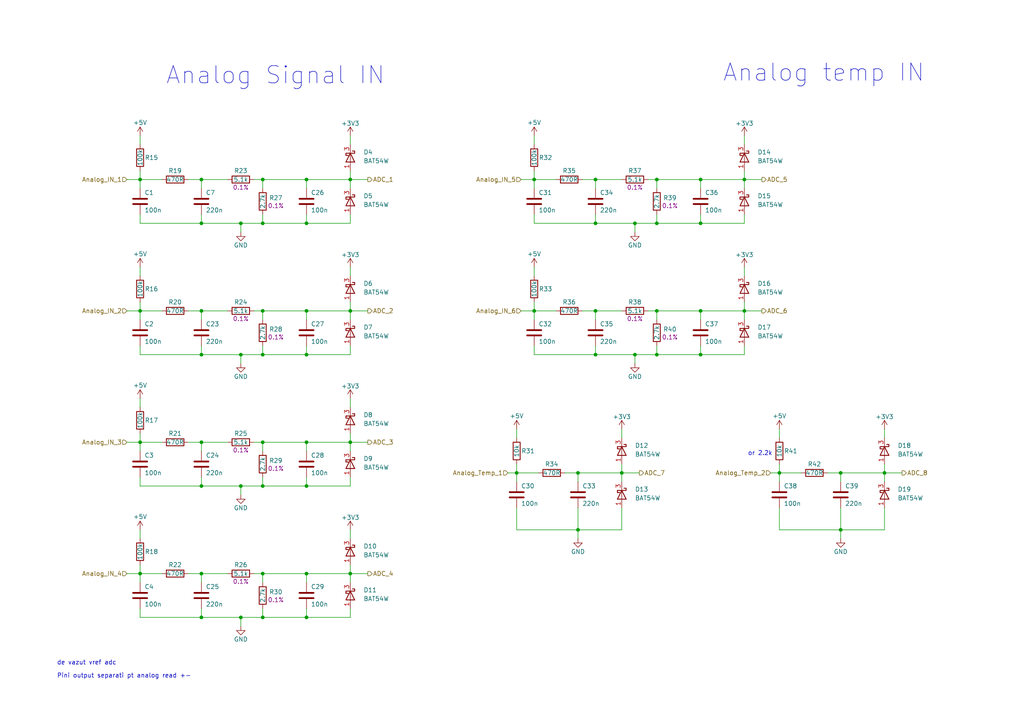
<source format=kicad_sch>
(kicad_sch (version 20231120) (generator "eeschema") (generator_version "8.0")
  (paper "A4")
  (lib_symbols
    (symbol "Device:C" (pin_numbers hide) (pin_names (offset 0.254))
      (property "Reference" "C" (at 0.635 2.54 0))
      (property "Value" "C" (at 0.635 -2.54 0))
      (symbol "C_1_1"
        (pin passive line (at 0 3.81 270) (length 2.794) (name "~") (number "1"))
        (pin passive line (at 0 -3.81 90) (length 2.794) (name "~") (number "2"))
      )
    )
    (symbol "Device:R" (pin_numbers hide) (pin_names (offset 0))
      (property "Reference" "R" (at 2.032 0 90))
      (property "Value" "R" (at 0 0 90))
      (symbol "R_1_1"
        (pin passive line (at 0 3.81 270) (length 1.27) (name "~") (number "1"))
        (pin passive line (at 0 -3.81 90) (length 1.27) (name "~") (number "2"))
      )
    )
    (symbol "Diode:BAT54W" (pin_names (offset 1.016) hide)
      (property "Reference" "D" (at 0 2.54 0))
      (property "Value" "BAT54W" (at 0 -2.54 0))
      (symbol "BAT54W_1_1"
        (pin passive line (at 3.81 0 180) (length 2.54) (name "A") (number "1"))
        (pin no_connect line (at 0 0 90) (length 2.54) hide (name "NC") (number "2"))
        (pin passive line (at -3.81 0 0) (length 2.54) (name "K") (number "3"))
      )
    )
    (symbol "power:+3V3" (power) (pin_names (offset 0))
      (property "Value" "+3V3" (at 0 3.556 0))
      (symbol "+3V3_1_1"
        (pin power_in line (at 0 0 90) (length 0) hide (name "+3V3") (number "1"))
      )
    )
    (symbol "power:+5V" (power) (pin_names (offset 0))
      (property "Value" "+5V" (at 0 3.556 0))
      (symbol "+5V_1_1"
        (pin power_in line (at 0 0 90) (length 0) hide (name "+5V") (number "1"))
      )
    )
    (symbol "power:GND" (power) (pin_names (offset 0))
      (property "Value" "GND" (at 0 -3.81 0))
      (symbol "GND_1_1"
        (pin power_in line (at 0 0 270) (length 0) hide (name "GND") (number "1"))
      )
    )
  )
  (junction (at 101.6 52.07))
  (junction (at 172.72 102.87))
  (junction (at 256.54 137.16))
  (junction (at 172.72 52.07))
  (junction (at 172.72 64.77))
  (junction (at 58.42 52.07))
  (junction (at 69.85 64.77))
  (junction (at 226.06 137.16))
  (junction (at 58.42 128.27))
  (junction (at 76.2 64.77))
  (junction (at 243.84 137.16))
  (junction (at 76.2 52.07))
  (junction (at 167.64 153.67))
  (junction (at 76.2 166.37))
  (junction (at 58.42 166.37))
  (junction (at 58.42 179.07))
  (junction (at 88.9 52.07))
  (junction (at 76.2 90.17))
  (junction (at 58.42 140.97))
  (junction (at 69.85 102.87))
  (junction (at 190.5 64.77))
  (junction (at 101.6 90.17))
  (junction (at 40.64 90.17))
  (junction (at 203.2 64.77))
  (junction (at 88.9 90.17))
  (junction (at 88.9 140.97))
  (junction (at 190.5 52.07))
  (junction (at 69.85 140.97))
  (junction (at 203.2 90.17))
  (junction (at 76.2 102.87))
  (junction (at 88.9 64.77))
  (junction (at 215.9 52.07))
  (junction (at 167.64 137.16))
  (junction (at 180.34 137.16))
  (junction (at 154.94 90.17))
  (junction (at 149.86 137.16))
  (junction (at 40.64 166.37))
  (junction (at 184.15 64.77))
  (junction (at 190.5 90.17))
  (junction (at 88.9 166.37))
  (junction (at 40.64 128.27))
  (junction (at 58.42 90.17))
  (junction (at 40.64 52.07))
  (junction (at 243.84 153.67))
  (junction (at 215.9 90.17))
  (junction (at 172.72 90.17))
  (junction (at 203.2 102.87))
  (junction (at 88.9 102.87))
  (junction (at 58.42 64.77))
  (junction (at 88.9 128.27))
  (junction (at 76.2 128.27))
  (junction (at 58.42 102.87))
  (junction (at 76.2 179.07))
  (junction (at 101.6 128.27))
  (junction (at 154.94 52.07))
  (junction (at 88.9 179.07))
  (junction (at 184.15 102.87))
  (junction (at 203.2 52.07))
  (junction (at 69.85 179.07))
  (junction (at 101.6 166.37))
  (junction (at 190.5 102.87))
  (junction (at 76.2 140.97))
  (wire (pts (xy 58.42 52.07) (xy 58.42 54.61)))
  (wire (pts (xy 226.06 139.7) (xy 226.06 137.16)))
  (wire (pts (xy 88.9 54.61) (xy 88.9 52.07)))
  (wire (pts (xy 40.64 92.71) (xy 40.64 90.17)))
  (wire (pts (xy 88.9 64.77) (xy 101.6 64.77)))
  (wire (pts (xy 101.6 163.83) (xy 101.6 166.37)))
  (wire (pts (xy 54.61 90.17) (xy 58.42 90.17)))
  (wire (pts (xy 151.13 90.17) (xy 154.94 90.17)))
  (wire (pts (xy 58.42 176.53) (xy 58.42 179.07)))
  (wire (pts (xy 88.9 90.17) (xy 101.6 90.17)))
  (wire (pts (xy 69.85 102.87) (xy 69.85 105.41)))
  (wire (pts (xy 40.64 140.97) (xy 58.42 140.97)))
  (wire (pts (xy 101.6 54.61) (xy 101.6 52.07)))
  (wire (pts (xy 101.6 77.47) (xy 101.6 80.01)))
  (wire (pts (xy 101.6 179.07) (xy 101.6 176.53)))
  (wire (pts (xy 223.52 137.16) (xy 226.06 137.16)))
  (wire (pts (xy 76.2 176.53) (xy 76.2 179.07)))
  (wire (pts (xy 73.66 52.07) (xy 76.2 52.07)))
  (wire (pts (xy 172.72 90.17) (xy 180.34 90.17)))
  (wire (pts (xy 88.9 166.37) (xy 101.6 166.37)))
  (wire (pts (xy 40.64 130.81) (xy 40.64 128.27)))
  (wire (pts (xy 88.9 128.27) (xy 101.6 128.27)))
  (wire (pts (xy 76.2 179.07) (xy 88.9 179.07)))
  (wire (pts (xy 215.9 90.17) (xy 220.98 90.17)))
  (wire (pts (xy 167.64 153.67) (xy 167.64 156.21)))
  (wire (pts (xy 215.9 52.07) (xy 220.98 52.07)))
  (wire (pts (xy 190.5 64.77) (xy 203.2 64.77)))
  (wire (pts (xy 88.9 176.53) (xy 88.9 179.07)))
  (wire (pts (xy 40.64 138.43) (xy 40.64 140.97)))
  (wire (pts (xy 226.06 153.67) (xy 243.84 153.67)))
  (wire (pts (xy 88.9 130.81) (xy 88.9 128.27)))
  (wire (pts (xy 154.94 90.17) (xy 161.29 90.17)))
  (wire (pts (xy 243.84 137.16) (xy 256.54 137.16)))
  (wire (pts (xy 167.64 153.67) (xy 180.34 153.67)))
  (wire (pts (xy 40.64 62.23) (xy 40.64 64.77)))
  (wire (pts (xy 58.42 90.17) (xy 66.04 90.17)))
  (wire (pts (xy 101.6 102.87) (xy 101.6 100.33)))
  (wire (pts (xy 58.42 102.87) (xy 69.85 102.87)))
  (wire (pts (xy 243.84 153.67) (xy 256.54 153.67)))
  (wire (pts (xy 101.6 125.73) (xy 101.6 128.27)))
  (wire (pts (xy 40.64 115.57) (xy 40.64 118.11)))
  (wire (pts (xy 88.9 92.71) (xy 88.9 90.17)))
  (wire (pts (xy 215.9 102.87) (xy 215.9 100.33)))
  (wire (pts (xy 203.2 52.07) (xy 215.9 52.07)))
  (wire (pts (xy 76.2 64.77) (xy 88.9 64.77)))
  (wire (pts (xy 76.2 166.37) (xy 76.2 168.91)))
  (wire (pts (xy 203.2 102.87) (xy 215.9 102.87)))
  (wire (pts (xy 154.94 87.63) (xy 154.94 90.17)))
  (wire (pts (xy 40.64 125.73) (xy 40.64 128.27)))
  (wire (pts (xy 154.94 62.23) (xy 154.94 64.77)))
  (wire (pts (xy 58.42 166.37) (xy 66.04 166.37)))
  (wire (pts (xy 167.64 147.32) (xy 167.64 153.67)))
  (wire (pts (xy 226.06 147.32) (xy 226.06 153.67)))
  (wire (pts (xy 184.15 102.87) (xy 184.15 105.41)))
  (wire (pts (xy 172.72 100.33) (xy 172.72 102.87)))
  (wire (pts (xy 58.42 140.97) (xy 69.85 140.97)))
  (wire (pts (xy 101.6 87.63) (xy 101.6 90.17)))
  (wire (pts (xy 190.5 90.17) (xy 190.5 92.71)))
  (wire (pts (xy 203.2 62.23) (xy 203.2 64.77)))
  (wire (pts (xy 40.64 128.27) (xy 46.99 128.27)))
  (wire (pts (xy 203.2 92.71) (xy 203.2 90.17)))
  (wire (pts (xy 154.94 39.37) (xy 154.94 41.91)))
  (wire (pts (xy 190.5 102.87) (xy 203.2 102.87)))
  (wire (pts (xy 190.5 52.07) (xy 203.2 52.07)))
  (wire (pts (xy 88.9 138.43) (xy 88.9 140.97)))
  (wire (pts (xy 40.64 176.53) (xy 40.64 179.07)))
  (wire (pts (xy 36.83 128.27) (xy 40.64 128.27)))
  (wire (pts (xy 101.6 90.17) (xy 106.68 90.17)))
  (wire (pts (xy 40.64 52.07) (xy 46.99 52.07)))
  (wire (pts (xy 154.94 92.71) (xy 154.94 90.17)))
  (wire (pts (xy 58.42 52.07) (xy 66.04 52.07)))
  (wire (pts (xy 69.85 64.77) (xy 69.85 67.31)))
  (wire (pts (xy 172.72 62.23) (xy 172.72 64.77)))
  (wire (pts (xy 203.2 64.77) (xy 215.9 64.77)))
  (wire (pts (xy 180.34 137.16) (xy 180.34 139.7)))
  (wire (pts (xy 172.72 52.07) (xy 180.34 52.07)))
  (wire (pts (xy 76.2 138.43) (xy 76.2 140.97)))
  (wire (pts (xy 76.2 90.17) (xy 76.2 92.71)))
  (wire (pts (xy 58.42 138.43) (xy 58.42 140.97)))
  (wire (pts (xy 40.64 54.61) (xy 40.64 52.07)))
  (wire (pts (xy 167.64 137.16) (xy 167.64 139.7)))
  (wire (pts (xy 36.83 52.07) (xy 40.64 52.07)))
  (wire (pts (xy 256.54 147.32) (xy 256.54 153.67)))
  (wire (pts (xy 215.9 64.77) (xy 215.9 62.23)))
  (wire (pts (xy 58.42 179.07) (xy 69.85 179.07)))
  (wire (pts (xy 256.54 134.62) (xy 256.54 137.16)))
  (wire (pts (xy 88.9 62.23) (xy 88.9 64.77)))
  (wire (pts (xy 88.9 168.91) (xy 88.9 166.37)))
  (wire (pts (xy 101.6 153.67) (xy 101.6 156.21)))
  (wire (pts (xy 184.15 64.77) (xy 184.15 67.31)))
  (wire (pts (xy 203.2 90.17) (xy 215.9 90.17)))
  (wire (pts (xy 226.06 124.46) (xy 226.06 127)))
  (wire (pts (xy 101.6 168.91) (xy 101.6 166.37)))
  (wire (pts (xy 101.6 52.07) (xy 106.68 52.07)))
  (wire (pts (xy 69.85 64.77) (xy 76.2 64.77)))
  (wire (pts (xy 215.9 54.61) (xy 215.9 52.07)))
  (wire (pts (xy 215.9 77.47) (xy 215.9 80.01)))
  (wire (pts (xy 58.42 62.23) (xy 58.42 64.77)))
  (wire (pts (xy 69.85 179.07) (xy 69.85 181.61)))
  (wire (pts (xy 190.5 52.07) (xy 190.5 54.61)))
  (wire (pts (xy 76.2 62.23) (xy 76.2 64.77)))
  (wire (pts (xy 40.64 87.63) (xy 40.64 90.17)))
  (wire (pts (xy 88.9 179.07) (xy 101.6 179.07)))
  (wire (pts (xy 187.96 52.07) (xy 190.5 52.07)))
  (wire (pts (xy 40.64 49.53) (xy 40.64 52.07)))
  (wire (pts (xy 69.85 140.97) (xy 69.85 143.51)))
  (wire (pts (xy 256.54 137.16) (xy 261.62 137.16)))
  (wire (pts (xy 190.5 90.17) (xy 203.2 90.17)))
  (wire (pts (xy 187.96 90.17) (xy 190.5 90.17)))
  (wire (pts (xy 40.64 168.91) (xy 40.64 166.37)))
  (wire (pts (xy 190.5 62.23) (xy 190.5 64.77)))
  (wire (pts (xy 149.86 134.62) (xy 149.86 137.16)))
  (wire (pts (xy 163.83 137.16) (xy 167.64 137.16)))
  (wire (pts (xy 172.72 102.87) (xy 184.15 102.87)))
  (wire (pts (xy 40.64 102.87) (xy 58.42 102.87)))
  (wire (pts (xy 167.64 137.16) (xy 180.34 137.16)))
  (wire (pts (xy 101.6 140.97) (xy 101.6 138.43)))
  (wire (pts (xy 54.61 128.27) (xy 58.42 128.27)))
  (wire (pts (xy 36.83 90.17) (xy 40.64 90.17)))
  (wire (pts (xy 101.6 92.71) (xy 101.6 90.17)))
  (wire (pts (xy 215.9 39.37) (xy 215.9 41.91)))
  (wire (pts (xy 172.72 64.77) (xy 184.15 64.77)))
  (wire (pts (xy 149.86 124.46) (xy 149.86 127)))
  (wire (pts (xy 40.64 64.77) (xy 58.42 64.77)))
  (wire (pts (xy 190.5 100.33) (xy 190.5 102.87)))
  (wire (pts (xy 101.6 166.37) (xy 106.68 166.37)))
  (wire (pts (xy 58.42 128.27) (xy 58.42 130.81)))
  (wire (pts (xy 76.2 128.27) (xy 88.9 128.27)))
  (wire (pts (xy 88.9 100.33) (xy 88.9 102.87)))
  (wire (pts (xy 243.84 137.16) (xy 243.84 139.7)))
  (wire (pts (xy 58.42 166.37) (xy 58.42 168.91)))
  (wire (pts (xy 149.86 153.67) (xy 167.64 153.67)))
  (wire (pts (xy 168.91 52.07) (xy 172.72 52.07)))
  (wire (pts (xy 69.85 179.07) (xy 76.2 179.07)))
  (wire (pts (xy 88.9 52.07) (xy 101.6 52.07)))
  (wire (pts (xy 88.9 102.87) (xy 101.6 102.87)))
  (wire (pts (xy 184.15 64.77) (xy 190.5 64.77)))
  (wire (pts (xy 154.94 77.47) (xy 154.94 80.01)))
  (wire (pts (xy 58.42 64.77) (xy 69.85 64.77)))
  (wire (pts (xy 154.94 52.07) (xy 161.29 52.07)))
  (wire (pts (xy 40.64 153.67) (xy 40.64 156.21)))
  (wire (pts (xy 226.06 137.16) (xy 232.41 137.16)))
  (wire (pts (xy 149.86 147.32) (xy 149.86 153.67)))
  (wire (pts (xy 76.2 100.33) (xy 76.2 102.87)))
  (wire (pts (xy 256.54 137.16) (xy 256.54 139.7)))
  (wire (pts (xy 76.2 166.37) (xy 88.9 166.37)))
  (wire (pts (xy 54.61 166.37) (xy 58.42 166.37)))
  (wire (pts (xy 58.42 128.27) (xy 66.04 128.27)))
  (wire (pts (xy 36.83 166.37) (xy 40.64 166.37)))
  (wire (pts (xy 40.64 77.47) (xy 40.64 80.01)))
  (wire (pts (xy 256.54 124.46) (xy 256.54 127)))
  (wire (pts (xy 101.6 128.27) (xy 106.68 128.27)))
  (wire (pts (xy 147.32 137.16) (xy 149.86 137.16)))
  (wire (pts (xy 180.34 137.16) (xy 185.42 137.16)))
  (wire (pts (xy 154.94 100.33) (xy 154.94 102.87)))
  (wire (pts (xy 154.94 54.61) (xy 154.94 52.07)))
  (wire (pts (xy 184.15 102.87) (xy 190.5 102.87)))
  (wire (pts (xy 180.34 147.32) (xy 180.34 153.67)))
  (wire (pts (xy 151.13 52.07) (xy 154.94 52.07)))
  (wire (pts (xy 76.2 128.27) (xy 76.2 130.81)))
  (wire (pts (xy 73.66 90.17) (xy 76.2 90.17)))
  (wire (pts (xy 215.9 87.63) (xy 215.9 90.17)))
  (wire (pts (xy 58.42 90.17) (xy 58.42 92.71)))
  (wire (pts (xy 58.42 100.33) (xy 58.42 102.87)))
  (wire (pts (xy 101.6 130.81) (xy 101.6 128.27)))
  (wire (pts (xy 88.9 140.97) (xy 101.6 140.97)))
  (wire (pts (xy 240.03 137.16) (xy 243.84 137.16)))
  (wire (pts (xy 40.64 163.83) (xy 40.64 166.37)))
  (wire (pts (xy 168.91 90.17) (xy 172.72 90.17)))
  (wire (pts (xy 69.85 102.87) (xy 76.2 102.87)))
  (wire (pts (xy 149.86 139.7) (xy 149.86 137.16)))
  (wire (pts (xy 40.64 166.37) (xy 46.99 166.37)))
  (wire (pts (xy 226.06 134.62) (xy 226.06 137.16)))
  (wire (pts (xy 40.64 179.07) (xy 58.42 179.07)))
  (wire (pts (xy 73.66 166.37) (xy 76.2 166.37)))
  (wire (pts (xy 76.2 52.07) (xy 88.9 52.07)))
  (wire (pts (xy 69.85 140.97) (xy 76.2 140.97)))
  (wire (pts (xy 40.64 39.37) (xy 40.64 41.91)))
  (wire (pts (xy 101.6 39.37) (xy 101.6 41.91)))
  (wire (pts (xy 40.64 90.17) (xy 46.99 90.17)))
  (wire (pts (xy 172.72 52.07) (xy 172.72 54.61)))
  (wire (pts (xy 243.84 153.67) (xy 243.84 156.21)))
  (wire (pts (xy 203.2 54.61) (xy 203.2 52.07)))
  (wire (pts (xy 76.2 52.07) (xy 76.2 54.61)))
  (wire (pts (xy 101.6 64.77) (xy 101.6 62.23)))
  (wire (pts (xy 215.9 49.53) (xy 215.9 52.07)))
  (wire (pts (xy 154.94 49.53) (xy 154.94 52.07)))
  (wire (pts (xy 215.9 92.71) (xy 215.9 90.17)))
  (wire (pts (xy 101.6 49.53) (xy 101.6 52.07)))
  (wire (pts (xy 76.2 102.87) (xy 88.9 102.87)))
  (wire (pts (xy 149.86 137.16) (xy 156.21 137.16)))
  (wire (pts (xy 76.2 140.97) (xy 88.9 140.97)))
  (wire (pts (xy 101.6 115.57) (xy 101.6 118.11)))
  (wire (pts (xy 180.34 124.46) (xy 180.34 127)))
  (wire (pts (xy 54.61 52.07) (xy 58.42 52.07)))
  (wire (pts (xy 180.34 134.62) (xy 180.34 137.16)))
  (wire (pts (xy 203.2 100.33) (xy 203.2 102.87)))
  (wire (pts (xy 40.64 100.33) (xy 40.64 102.87)))
  (wire (pts (xy 154.94 64.77) (xy 172.72 64.77)))
  (wire (pts (xy 243.84 147.32) (xy 243.84 153.67)))
  (wire (pts (xy 154.94 102.87) (xy 172.72 102.87)))
  (wire (pts (xy 73.66 128.27) (xy 76.2 128.27)))
  (wire (pts (xy 172.72 90.17) (xy 172.72 92.71)))
  (wire (pts (xy 76.2 90.17) (xy 88.9 90.17)))
  (text "Analog temp IN\n" (at 209.55 24.13 0) (effects (font (size 5 5)) (justify left bottom)))
  (text "Pini output separati pt analog read +-\n" (at 16.51 196.85 0) (effects (font (size 1.27 1.27)) (justify left bottom)))
  (text "or 2.2k" (at 220.472 131.572 0) (effects (font (size 1.27 1.27))))
  (text "Analog Signal IN\n" (at 48.006 24.892 0) (effects (font (size 5 5)) (justify left bottom)))
  (text "de vazut vref adc\n" (at 16.51 193.04 0) (effects (font (size 1.27 1.27)) (justify left bottom)))
  (hierarchical_label "Analog_IN_4" (shape input) (at 36.83 166.37 180))
  (hierarchical_label "ADC_6" (shape output) (at 220.98 90.17 0))
  (hierarchical_label "ADC_8" (shape output) (at 261.62 137.16 0))
  (hierarchical_label "ADC_4" (shape output) (at 106.68 166.37 0))
  (hierarchical_label "ADC_2" (shape output) (at 106.68 90.17 0))
  (hierarchical_label "ADC_7" (shape output) (at 185.42 137.16 0))
  (hierarchical_label "Analog_Temp_2" (shape input) (at 223.52 137.16 180))
  (hierarchical_label "Analog_IN_3" (shape input) (at 36.83 128.27 180))
  (hierarchical_label "Analog_IN_2" (shape input) (at 36.83 90.17 180))
  (hierarchical_label "Analog_IN_5" (shape input) (at 151.13 52.07 180))
  (hierarchical_label "ADC_3" (shape output) (at 106.68 128.27 0))
  (hierarchical_label "Analog_IN_6" (shape input) (at 151.13 90.17 180))
  (hierarchical_label "ADC_5" (shape output) (at 220.98 52.07 0))
  (hierarchical_label "Analog_IN_1" (shape input) (at 36.83 52.07 180))
  (hierarchical_label "Analog_Temp_1" (shape input) (at 147.32 137.16 180))
  (hierarchical_label "ADC_1" (shape output) (at 106.68 52.07 0))
  (symbol (lib_id "Device:R") (at 76.2 58.42 180) (unit 1)
    (property "Reference" "R27" (at 80.01 57.404 0))
    (property "Value" "2.7k" (at 76.2 58.42 90))
    (property "Footprint" "Resistor_SMD:R_0805_2012Metric" (effects (hide yes)))
    (property "Tolerance" "0.1%" (at 80.01 59.69 0))
  )
  (symbol (lib_id "power:GND") (at 69.85 143.51 0) (unit 1)
    (property "Reference" "#PWR071" (effects (hide yes)))
    (property "Value" "GND" (at 69.85 147.32 0))
  )
  (symbol (lib_id "Device:R") (at 184.15 52.07 270) (unit 1)
    (property "Reference" "R37" (at 184.15 49.53 90))
    (property "Value" "5.1k" (at 184.15 52.07 90))
    (property "Footprint" "Resistor_SMD:R_0805_2012Metric" (effects (hide yes)))
    (property "Tolerance" "0.1%" (at 184.15 54.356 90))
  )
  (symbol (lib_id "Device:R") (at 154.94 45.72 180) (unit 1)
    (property "Reference" "R32" (at 158.242 45.72 0))
    (property "Value" "100k" (at 154.94 45.72 90))
    (property "Footprint" "Resistor_SMD:R_0805_2012Metric" (effects (hide yes)))
    (property "Digikey Part Number" "YAG1854CT-ND" (effects (hide yes)))
    (property "Manufacturer_Name" "Yageo" (effects (hide yes)))
    (property "Manufacturer_Part_Number" "RT0805BRD072K49L" (effects (hide yes)))
    (property "URL" "https://www.digikey.com/product-detail/en/yageo/RT0805BRD072K49L/YAG1854CT-ND/5139302" (effects (hide yes)))
    (property "LCSC" "C149504" (effects (hide yes)))
  )
  (symbol (lib_id "power:GND") (at 167.64 156.21 0) (unit 1)
    (property "Reference" "#PWR080" (effects (hide yes)))
    (property "Value" "GND" (at 167.64 160.02 0))
  )
  (symbol (lib_id "Device:C") (at 88.9 172.72 0) (unit 1)
    (property "Reference" "C29" (at 90.17 170.18 0) (effects (justify left)))
    (property "Value" "100n" (at 90.17 175.26 0) (effects (justify left)))
    (property "Footprint" "Capacitor_SMD:C_0805_2012Metric" (effects (hide yes)))
    (property "Digikey Part Number" "1276-1284-1-ND" (effects (hide yes)))
    (property "Manufacturer_Name" "Samsung" (effects (hide yes)))
    (property "Manufacturer_Part_Number" "CL21B224KOCNNNC" (effects (hide yes)))
    (property "URL" "https://www.digikey.com/product-detail/en/samsung-electro-mechanics-america-inc/CL21B224KOCNNNC/1276-1284-1-ND/3889370" (effects (hide yes)))
    (property "LCSC" "C5378" (effects (hide yes)))
  )
  (symbol (lib_id "Device:R") (at 50.8 128.27 270) (unit 1)
    (property "Reference" "R21" (at 50.8 125.73 90))
    (property "Value" "470R" (at 50.8 128.27 90))
    (property "Footprint" "Resistor_SMD:R_0805_2012Metric" (effects (hide yes)))
    (property "Manufacturer_Name" "Panasonic" (effects (hide yes)))
    (property "Manufacturer_Part_Number" "ERJ-6ENF4700V" (effects (hide yes)))
    (property "URL" "https://www.digikey.com/product-detail/en/panasonic-electronic-components/ERJ-6ENF4700V/P470CCT-ND/1746871" (effects (hide yes)))
    (property "Digikey Part Number" "P470CCT-ND" (effects (hide yes)))
    (property "LCSC" "C17710" (effects (hide yes)))
  )
  (symbol (lib_id "power:+3V3") (at 101.6 77.47 0) (unit 1)
    (property "Reference" "#PWR074" (effects (hide yes)))
    (property "Value" "+3V3" (at 101.6 73.8942 0))
  )
  (symbol (lib_id "Device:C") (at 203.2 96.52 0) (unit 1)
    (property "Reference" "C37" (at 204.47 93.98 0) (effects (justify left)))
    (property "Value" "100n" (at 204.47 99.06 0) (effects (justify left)))
    (property "Footprint" "Capacitor_SMD:C_0805_2012Metric" (effects (hide yes)))
    (property "Digikey Part Number" "1276-1284-1-ND" (effects (hide yes)))
    (property "Manufacturer_Name" "Samsung" (effects (hide yes)))
    (property "Manufacturer_Part_Number" "CL21B224KOCNNNC" (effects (hide yes)))
    (property "URL" "https://www.digikey.com/product-detail/en/samsung-electro-mechanics-america-inc/CL21B224KOCNNNC/1276-1284-1-ND/3889370" (effects (hide yes)))
    (property "LCSC" "C5378" (effects (hide yes)))
  )
  (symbol (lib_id "Diode:BAT54W") (at 101.6 45.72 270) (unit 1)
    (property "Reference" "D4" (at 105.41 44.1324 90) (effects (justify left)))
    (property "Value" "BAT54W" (at 105.41 46.6724 90) (effects (justify left)))
    (property "Footprint" "Package_TO_SOT_SMD:SOT-323_SC-70" (effects (hide yes)))
    (property "Datasheet" "https://assets.nexperia.com/documents/data-sheet/BAT54W_SER.pdf" (effects (hide yes)))
    (property "LCSC" "C37704" (effects (hide yes)))
  )
  (symbol (lib_id "power:+3V3") (at 256.54 124.46 0) (unit 1)
    (property "Reference" "#PWR088" (effects (hide yes)))
    (property "Value" "+3V3" (at 256.54 120.8842 0))
  )
  (symbol (lib_id "Device:R") (at 165.1 90.17 270) (unit 1)
    (property "Reference" "R36" (at 165.1 87.63 90))
    (property "Value" "470R" (at 165.1 90.17 90))
    (property "Footprint" "Resistor_SMD:R_0805_2012Metric" (effects (hide yes)))
    (property "Manufacturer_Name" "Panasonic" (effects (hide yes)))
    (property "Manufacturer_Part_Number" "ERJ-6ENF4700V" (effects (hide yes)))
    (property "URL" "https://www.digikey.com/product-detail/en/panasonic-electronic-components/ERJ-6ENF4700V/P470CCT-ND/1746871" (effects (hide yes)))
    (property "Digikey Part Number" "P470CCT-ND" (effects (hide yes)))
    (property "LCSC" "C17710" (effects (hide yes)))
  )
  (symbol (lib_id "power:+5V") (at 40.64 39.37 0) (mirror y) (unit 1)
    (property "Reference" "#PWR065" (effects (hide yes)))
    (property "Value" "+5V" (at 40.64 35.56 0))
    (property "Description" "Power symbol creates a global label with name \"+5V\"" (effects (hide yes)))
  )
  (symbol (lib_id "power:+5V") (at 154.94 77.47 0) (mirror y) (unit 1)
    (property "Reference" "#PWR079" (effects (hide yes)))
    (property "Value" "+5V" (at 154.94 73.66 0))
    (property "Description" "Power symbol creates a global label with name \"+5V\"" (effects (hide yes)))
  )
  (symbol (lib_id "Device:R") (at 69.85 166.37 270) (unit 1)
    (property "Reference" "R26" (at 69.85 163.83 90))
    (property "Value" "5.1k" (at 69.85 166.37 90))
    (property "Footprint" "Resistor_SMD:R_0805_2012Metric" (effects (hide yes)))
    (property "Tolerance" "0.1%" (at 69.85 168.656 90))
  )
  (symbol (lib_id "Device:C") (at 40.64 172.72 0) (unit 1)
    (property "Reference" "C4" (at 41.91 170.18 0) (effects (justify left)))
    (property "Value" "100n" (at 41.91 175.26 0) (effects (justify left)))
    (property "Footprint" "Capacitor_SMD:C_0805_2012Metric" (effects (hide yes)))
    (property "Digikey Part Number" "311-1140-1-ND" (effects (hide yes)))
    (property "Manufacturer_Name" "Yageo" (effects (hide yes)))
    (property "Manufacturer_Part_Number" "CC0805KRX7R9BB104" (effects (hide yes)))
    (property "URL" "https://www.digikey.com.au/product-detail/en/yageo/CC0805KRX7R9BB104/311-1140-1-ND/303050" (effects (hide yes)))
    (property "LCSC" "C49678" (effects (hide yes)))
  )
  (symbol (lib_id "power:GND") (at 184.15 67.31 0) (unit 1)
    (property "Reference" "#PWR082" (effects (hide yes)))
    (property "Value" "GND" (at 184.15 71.12 0))
  )
  (symbol (lib_id "power:+5V") (at 226.06 124.46 0) (mirror y) (unit 1)
    (property "Reference" "#PWR086" (effects (hide yes)))
    (property "Value" "+5V" (at 226.06 120.65 0))
    (property "Description" "Power symbol creates a global label with name \"+5V\"" (effects (hide yes)))
  )
  (symbol (lib_id "Device:C") (at 149.86 143.51 0) (unit 1)
    (property "Reference" "C30" (at 151.13 140.97 0) (effects (justify left)))
    (property "Value" "100n" (at 151.13 146.05 0) (effects (justify left)))
    (property "Footprint" "Capacitor_SMD:C_0805_2012Metric" (effects (hide yes)))
    (property "Digikey Part Number" "311-1140-1-ND" (effects (hide yes)))
    (property "Manufacturer_Name" "Yageo" (effects (hide yes)))
    (property "Manufacturer_Part_Number" "CC0805KRX7R9BB104" (effects (hide yes)))
    (property "URL" "https://www.digikey.com.au/product-detail/en/yageo/CC0805KRX7R9BB104/311-1140-1-ND/303050" (effects (hide yes)))
    (property "LCSC" "C49678" (effects (hide yes)))
  )
  (symbol (lib_id "power:+3V3") (at 101.6 115.57 0) (unit 1)
    (property "Reference" "#PWR075" (effects (hide yes)))
    (property "Value" "+3V3" (at 101.6 111.9942 0))
  )
  (symbol (lib_id "Device:R") (at 226.06 130.81 180) (unit 1)
    (property "Reference" "R41" (at 229.362 130.81 0))
    (property "Value" "10k" (at 226.06 130.81 90))
    (property "Footprint" "Resistor_SMD:R_0805_2012Metric" (effects (hide yes)))
    (property "Digikey Part Number" "YAG1854CT-ND" (effects (hide yes)))
    (property "Manufacturer_Name" "Yageo" (effects (hide yes)))
    (property "Manufacturer_Part_Number" "RT0805BRD072K49L" (effects (hide yes)))
    (property "URL" "https://www.digikey.com/product-detail/en/yageo/RT0805BRD072K49L/YAG1854CT-ND/5139302" (effects (hide yes)))
    (property "LCSC" "C17520" (effects (hide yes)))
  )
  (symbol (lib_id "Device:R") (at 76.2 96.52 180) (unit 1)
    (property "Reference" "R28" (at 80.01 95.504 0))
    (property "Value" "2.7k" (at 76.2 96.52 90))
    (property "Footprint" "Resistor_SMD:R_0805_2012Metric" (effects (hide yes)))
    (property "Tolerance" "0.1%" (at 80.01 97.79 0))
  )
  (symbol (lib_id "Diode:BAT54W") (at 101.6 58.42 270) (unit 1)
    (property "Reference" "D5" (at 105.41 56.8324 90) (effects (justify left)))
    (property "Value" "BAT54W" (at 105.41 59.3724 90) (effects (justify left)))
    (property "Footprint" "Package_TO_SOT_SMD:SOT-323_SC-70" (effects (hide yes)))
    (property "Datasheet" "https://assets.nexperia.com/documents/data-sheet/BAT54W_SER.pdf" (effects (hide yes)))
    (property "LCSC" "C37704" (effects (hide yes)))
  )
  (symbol (lib_id "Diode:BAT54W") (at 101.6 134.62 270) (unit 1)
    (property "Reference" "D9" (at 105.41 133.0324 90) (effects (justify left)))
    (property "Value" "BAT54W" (at 105.41 135.5724 90) (effects (justify left)))
    (property "Footprint" "Package_TO_SOT_SMD:SOT-323_SC-70" (effects (hide yes)))
    (property "Datasheet" "https://assets.nexperia.com/documents/data-sheet/BAT54W_SER.pdf" (effects (hide yes)))
    (property "LCSC" "C37704" (effects (hide yes)))
  )
  (symbol (lib_id "Device:C") (at 167.64 143.51 0) (unit 1)
    (property "Reference" "C33" (at 168.91 140.97 0) (effects (justify left)))
    (property "Value" "220n" (at 168.91 146.05 0) (effects (justify left)))
    (property "Footprint" "Capacitor_SMD:C_0805_2012Metric" (effects (hide yes)))
    (property "Digikey Part Number" "1276-1284-1-ND" (effects (hide yes)))
    (property "Manufacturer_Name" "Samsung" (effects (hide yes)))
    (property "Manufacturer_Part_Number" "CL21B224KOCNNNC" (effects (hide yes)))
    (property "URL" "https://www.digikey.com/product-detail/en/samsung-electro-mechanics-america-inc/CL21B224KOCNNNC/1276-1284-1-ND/3889370" (effects (hide yes)))
    (property "LCSC" "C5378" (effects (hide yes)))
  )
  (symbol (lib_id "Device:R") (at 165.1 52.07 270) (unit 1)
    (property "Reference" "R35" (at 165.1 49.53 90))
    (property "Value" "470R" (at 165.1 52.07 90))
    (property "Footprint" "Resistor_SMD:R_0805_2012Metric" (effects (hide yes)))
    (property "Manufacturer_Name" "Panasonic" (effects (hide yes)))
    (property "Manufacturer_Part_Number" "ERJ-6ENF4700V" (effects (hide yes)))
    (property "URL" "https://www.digikey.com/product-detail/en/panasonic-electronic-components/ERJ-6ENF4700V/P470CCT-ND/1746871" (effects (hide yes)))
    (property "Digikey Part Number" "P470CCT-ND" (effects (hide yes)))
    (property "LCSC" "C17710" (effects (hide yes)))
  )
  (symbol (lib_id "Device:R") (at 149.86 130.81 180) (unit 1)
    (property "Reference" "R31" (at 153.162 130.81 0))
    (property "Value" "10k" (at 149.86 130.81 90))
    (property "Footprint" "Resistor_SMD:R_0805_2012Metric" (effects (hide yes)))
    (property "Digikey Part Number" "YAG1854CT-ND" (effects (hide yes)))
    (property "Manufacturer_Name" "Yageo" (effects (hide yes)))
    (property "Manufacturer_Part_Number" "RT0805BRD072K49L" (effects (hide yes)))
    (property "URL" "https://www.digikey.com/product-detail/en/yageo/RT0805BRD072K49L/YAG1854CT-ND/5139302" (effects (hide yes)))
    (property "LCSC" "C17520" (effects (hide yes)))
  )
  (symbol (lib_id "Device:C") (at 40.64 96.52 0) (unit 1)
    (property "Reference" "C2" (at 41.91 93.98 0) (effects (justify left)))
    (property "Value" "100n" (at 41.91 99.06 0) (effects (justify left)))
    (property "Footprint" "Capacitor_SMD:C_0805_2012Metric" (effects (hide yes)))
    (property "Digikey Part Number" "311-1140-1-ND" (effects (hide yes)))
    (property "Manufacturer_Name" "Yageo" (effects (hide yes)))
    (property "Manufacturer_Part_Number" "CC0805KRX7R9BB104" (effects (hide yes)))
    (property "URL" "https://www.digikey.com.au/product-detail/en/yageo/CC0805KRX7R9BB104/311-1140-1-ND/303050" (effects (hide yes)))
    (property "LCSC" "C49678" (effects (hide yes)))
  )
  (symbol (lib_id "Diode:BAT54W") (at 180.34 143.51 270) (unit 1)
    (property "Reference" "D13" (at 184.15 141.9224 90) (effects (justify left)))
    (property "Value" "BAT54W" (at 184.15 144.4624 90) (effects (justify left)))
    (property "Footprint" "Package_TO_SOT_SMD:SOT-323_SC-70" (effects (hide yes)))
    (property "Datasheet" "https://assets.nexperia.com/documents/data-sheet/BAT54W_SER.pdf" (effects (hide yes)))
    (property "LCSC" "C37704" (effects (hide yes)))
  )
  (symbol (lib_id "power:+5V") (at 40.64 153.67 0) (mirror y) (unit 1)
    (property "Reference" "#PWR068" (effects (hide yes)))
    (property "Value" "+5V" (at 40.64 149.86 0))
    (property "Description" "Power symbol creates a global label with name \"+5V\"" (effects (hide yes)))
  )
  (symbol (lib_id "power:GND") (at 69.85 105.41 0) (unit 1)
    (property "Reference" "#PWR070" (effects (hide yes)))
    (property "Value" "GND" (at 69.85 109.22 0))
  )
  (symbol (lib_id "Device:C") (at 88.9 134.62 0) (unit 1)
    (property "Reference" "C28" (at 90.17 132.08 0) (effects (justify left)))
    (property "Value" "100n" (at 90.17 137.16 0) (effects (justify left)))
    (property "Footprint" "Capacitor_SMD:C_0805_2012Metric" (effects (hide yes)))
    (property "Digikey Part Number" "1276-1284-1-ND" (effects (hide yes)))
    (property "Manufacturer_Name" "Samsung" (effects (hide yes)))
    (property "Manufacturer_Part_Number" "CL21B224KOCNNNC" (effects (hide yes)))
    (property "URL" "https://www.digikey.com/product-detail/en/samsung-electro-mechanics-america-inc/CL21B224KOCNNNC/1276-1284-1-ND/3889370" (effects (hide yes)))
    (property "LCSC" "C5378" (effects (hide yes)))
  )
  (symbol (lib_id "Diode:BAT54W") (at 101.6 121.92 270) (unit 1)
    (property "Reference" "D8" (at 105.41 120.3324 90) (effects (justify left)))
    (property "Value" "BAT54W" (at 105.41 122.8724 90) (effects (justify left)))
    (property "Footprint" "Package_TO_SOT_SMD:SOT-323_SC-70" (effects (hide yes)))
    (property "Datasheet" "https://assets.nexperia.com/documents/data-sheet/BAT54W_SER.pdf" (effects (hide yes)))
    (property "LCSC" "C37704" (effects (hide yes)))
  )
  (symbol (lib_id "Device:R") (at 69.85 128.27 270) (unit 1)
    (property "Reference" "R25" (at 69.85 125.73 90))
    (property "Value" "5.1k" (at 69.85 128.27 90))
    (property "Footprint" "Resistor_SMD:R_0805_2012Metric" (effects (hide yes)))
    (property "Tolerance" "0.1%" (at 69.85 130.556 90))
  )
  (symbol (lib_id "power:+5V") (at 149.86 124.46 0) (mirror y) (unit 1)
    (property "Reference" "#PWR077" (effects (hide yes)))
    (property "Value" "+5V" (at 149.86 120.65 0))
    (property "Description" "Power symbol creates a global label with name \"+5V\"" (effects (hide yes)))
  )
  (symbol (lib_id "Diode:BAT54W") (at 101.6 172.72 270) (unit 1)
    (property "Reference" "D11" (at 105.41 171.1324 90) (effects (justify left)))
    (property "Value" "BAT54W" (at 105.41 173.6724 90) (effects (justify left)))
    (property "Footprint" "Package_TO_SOT_SMD:SOT-323_SC-70" (effects (hide yes)))
    (property "Datasheet" "https://assets.nexperia.com/documents/data-sheet/BAT54W_SER.pdf" (effects (hide yes)))
    (property "LCSC" "C37704" (effects (hide yes)))
  )
  (symbol (lib_id "Diode:BAT54W") (at 101.6 96.52 270) (unit 1)
    (property "Reference" "D7" (at 105.41 94.9324 90) (effects (justify left)))
    (property "Value" "BAT54W" (at 105.41 97.4724 90) (effects (justify left)))
    (property "Footprint" "Package_TO_SOT_SMD:SOT-323_SC-70" (effects (hide yes)))
    (property "Datasheet" "https://assets.nexperia.com/documents/data-sheet/BAT54W_SER.pdf" (effects (hide yes)))
    (property "LCSC" "C37704" (effects (hide yes)))
  )
  (symbol (lib_id "Device:R") (at 190.5 58.42 180) (unit 1)
    (property "Reference" "R39" (at 194.31 57.404 0))
    (property "Value" "2.7k" (at 190.5 58.42 90))
    (property "Footprint" "Resistor_SMD:R_0805_2012Metric" (effects (hide yes)))
    (property "Tolerance" "0.1%" (at 194.31 59.69 0))
  )
  (symbol (lib_id "Device:R") (at 40.64 83.82 180) (unit 1)
    (property "Reference" "R16" (at 43.942 83.82 0))
    (property "Value" "100k" (at 40.64 83.82 90))
    (property "Footprint" "Resistor_SMD:R_0805_2012Metric" (effects (hide yes)))
    (property "Digikey Part Number" "YAG1854CT-ND" (effects (hide yes)))
    (property "Manufacturer_Name" "Yageo" (effects (hide yes)))
    (property "Manufacturer_Part_Number" "RT0805BRD072K49L" (effects (hide yes)))
    (property "URL" "https://www.digikey.com/product-detail/en/yageo/RT0805BRD072K49L/YAG1854CT-ND/5139302" (effects (hide yes)))
    (property "LCSC" "C149504" (effects (hide yes)))
  )
  (symbol (lib_id "Diode:BAT54W") (at 256.54 143.51 270) (unit 1)
    (property "Reference" "D19" (at 260.35 141.9224 90) (effects (justify left)))
    (property "Value" "BAT54W" (at 260.35 144.4624 90) (effects (justify left)))
    (property "Footprint" "Package_TO_SOT_SMD:SOT-323_SC-70" (effects (hide yes)))
    (property "Datasheet" "https://assets.nexperia.com/documents/data-sheet/BAT54W_SER.pdf" (effects (hide yes)))
    (property "LCSC" "C37704" (effects (hide yes)))
  )
  (symbol (lib_id "power:GND") (at 184.15 105.41 0) (unit 1)
    (property "Reference" "#PWR083" (effects (hide yes)))
    (property "Value" "GND" (at 184.15 109.22 0))
  )
  (symbol (lib_id "Device:R") (at 50.8 166.37 270) (unit 1)
    (property "Reference" "R22" (at 50.8 163.83 90))
    (property "Value" "470R" (at 50.8 166.37 90))
    (property "Footprint" "Resistor_SMD:R_0805_2012Metric" (effects (hide yes)))
    (property "Manufacturer_Name" "Panasonic" (effects (hide yes)))
    (property "Manufacturer_Part_Number" "ERJ-6ENF4700V" (effects (hide yes)))
    (property "URL" "https://www.digikey.com/product-detail/en/panasonic-electronic-components/ERJ-6ENF4700V/P470CCT-ND/1746871" (effects (hide yes)))
    (property "Digikey Part Number" "P470CCT-ND" (effects (hide yes)))
    (property "LCSC" "C17710" (effects (hide yes)))
  )
  (symbol (lib_id "Device:C") (at 58.42 134.62 0) (unit 1)
    (property "Reference" "C24" (at 59.69 132.08 0) (effects (justify left)))
    (property "Value" "220n" (at 59.69 137.16 0) (effects (justify left)))
    (property "Footprint" "Capacitor_SMD:C_0805_2012Metric" (effects (hide yes)))
    (property "Digikey Part Number" "1276-1284-1-ND" (effects (hide yes)))
    (property "Manufacturer_Name" "Samsung" (effects (hide yes)))
    (property "Manufacturer_Part_Number" "CL21B224KOCNNNC" (effects (hide yes)))
    (property "URL" "https://www.digikey.com/product-detail/en/samsung-electro-mechanics-america-inc/CL21B224KOCNNNC/1276-1284-1-ND/3889370" (effects (hide yes)))
    (property "LCSC" "C5378" (effects (hide yes)))
  )
  (symbol (lib_id "Diode:BAT54W") (at 101.6 83.82 270) (unit 1)
    (property "Reference" "D6" (at 105.41 82.2324 90) (effects (justify left)))
    (property "Value" "BAT54W" (at 105.41 84.7724 90) (effects (justify left)))
    (property "Footprint" "Package_TO_SOT_SMD:SOT-323_SC-70" (effects (hide yes)))
    (property "Datasheet" "https://assets.nexperia.com/documents/data-sheet/BAT54W_SER.pdf" (effects (hide yes)))
    (property "LCSC" "C37704" (effects (hide yes)))
  )
  (symbol (lib_id "Device:R") (at 40.64 121.92 180) (unit 1)
    (property "Reference" "R17" (at 43.942 121.92 0))
    (property "Value" "100k" (at 40.64 121.92 90))
    (property "Footprint" "Resistor_SMD:R_0805_2012Metric" (effects (hide yes)))
    (property "Digikey Part Number" "YAG1854CT-ND" (effects (hide yes)))
    (property "Manufacturer_Name" "Yageo" (effects (hide yes)))
    (property "Manufacturer_Part_Number" "RT0805BRD072K49L" (effects (hide yes)))
    (property "URL" "https://www.digikey.com/product-detail/en/yageo/RT0805BRD072K49L/YAG1854CT-ND/5139302" (effects (hide yes)))
    (property "LCSC" "C149504" (effects (hide yes)))
  )
  (symbol (lib_id "Device:C") (at 40.64 58.42 0) (unit 1)
    (property "Reference" "C1" (at 41.91 55.88 0) (effects (justify left)))
    (property "Value" "100n" (at 41.91 60.96 0) (effects (justify left)))
    (property "Footprint" "Capacitor_SMD:C_0805_2012Metric" (effects (hide yes)))
    (property "Digikey Part Number" "311-1140-1-ND" (effects (hide yes)))
    (property "Manufacturer_Name" "Yageo" (effects (hide yes)))
    (property "Manufacturer_Part_Number" "CC0805KRX7R9BB104" (effects (hide yes)))
    (property "URL" "https://www.digikey.com.au/product-detail/en/yageo/CC0805KRX7R9BB104/311-1140-1-ND/303050" (effects (hide yes)))
    (property "LCSC" "C49678" (effects (hide yes)))
  )
  (symbol (lib_id "power:+5V") (at 154.94 39.37 0) (mirror y) (unit 1)
    (property "Reference" "#PWR078" (effects (hide yes)))
    (property "Value" "+5V" (at 154.94 35.56 0))
    (property "Description" "Power symbol creates a global label with name \"+5V\"" (effects (hide yes)))
  )
  (symbol (lib_id "Device:R") (at 50.8 52.07 270) (unit 1)
    (property "Reference" "R19" (at 50.8 49.53 90))
    (property "Value" "470R" (at 50.8 52.07 90))
    (property "Footprint" "Resistor_SMD:R_0805_2012Metric" (effects (hide yes)))
    (property "Manufacturer_Name" "Panasonic" (effects (hide yes)))
    (property "Manufacturer_Part_Number" "ERJ-6ENF4700V" (effects (hide yes)))
    (property "URL" "https://www.digikey.com/product-detail/en/panasonic-electronic-components/ERJ-6ENF4700V/P470CCT-ND/1746871" (effects (hide yes)))
    (property "Digikey Part Number" "P470CCT-ND" (effects (hide yes)))
    (property "LCSC" "C17710" (effects (hide yes)))
  )
  (symbol (lib_id "Device:C") (at 88.9 58.42 0) (unit 1)
    (property "Reference" "C26" (at 90.17 55.88 0) (effects (justify left)))
    (property "Value" "100n" (at 90.17 60.96 0) (effects (justify left)))
    (property "Footprint" "Capacitor_SMD:C_0805_2012Metric" (effects (hide yes)))
    (property "Digikey Part Number" "1276-1284-1-ND" (effects (hide yes)))
    (property "Manufacturer_Name" "Samsung" (effects (hide yes)))
    (property "Manufacturer_Part_Number" "CL21B224KOCNNNC" (effects (hide yes)))
    (property "URL" "https://www.digikey.com/product-detail/en/samsung-electro-mechanics-america-inc/CL21B224KOCNNNC/1276-1284-1-ND/3889370" (effects (hide yes)))
    (property "LCSC" "C5378" (effects (hide yes)))
  )
  (symbol (lib_id "power:+3V3") (at 101.6 153.67 0) (unit 1)
    (property "Reference" "#PWR076" (effects (hide yes)))
    (property "Value" "+3V3" (at 101.6 150.0942 0))
  )
  (symbol (lib_id "Diode:BAT54W") (at 101.6 160.02 270) (unit 1)
    (property "Reference" "D10" (at 105.41 158.4324 90) (effects (justify left)))
    (property "Value" "BAT54W" (at 105.41 160.9724 90) (effects (justify left)))
    (property "Footprint" "Package_TO_SOT_SMD:SOT-323_SC-70" (effects (hide yes)))
    (property "Datasheet" "https://assets.nexperia.com/documents/data-sheet/BAT54W_SER.pdf" (effects (hide yes)))
    (property "LCSC" "C37704" (effects (hide yes)))
  )
  (symbol (lib_id "Device:R") (at 69.85 90.17 270) (unit 1)
    (property "Reference" "R24" (at 69.85 87.63 90))
    (property "Value" "5.1k" (at 69.85 90.17 90))
    (property "Footprint" "Resistor_SMD:R_0805_2012Metric" (effects (hide yes)))
    (property "Tolerance" "0.1%" (at 69.85 92.456 90))
  )
  (symbol (lib_id "Device:R") (at 236.22 137.16 270) (unit 1)
    (property "Reference" "R42" (at 236.22 134.62 90))
    (property "Value" "470R" (at 236.22 137.16 90))
    (property "Footprint" "Resistor_SMD:R_0805_2012Metric" (effects (hide yes)))
    (property "Manufacturer_Name" "Panasonic" (effects (hide yes)))
    (property "Manufacturer_Part_Number" "ERJ-6ENF4700V" (effects (hide yes)))
    (property "URL" "https://www.digikey.com/product-detail/en/panasonic-electronic-components/ERJ-6ENF4700V/P470CCT-ND/1746871" (effects (hide yes)))
    (property "Digikey Part Number" "P470CCT-ND" (effects (hide yes)))
    (property "LCSC" "C17710" (effects (hide yes)))
  )
  (symbol (lib_id "power:+3V3") (at 215.9 39.37 0) (unit 1)
    (property "Reference" "#PWR084" (effects (hide yes)))
    (property "Value" "+3V3" (at 215.9 35.7942 0))
  )
  (symbol (lib_id "power:GND") (at 243.84 156.21 0) (unit 1)
    (property "Reference" "#PWR087" (effects (hide yes)))
    (property "Value" "GND" (at 243.84 160.02 0))
  )
  (symbol (lib_id "Diode:BAT54W") (at 215.9 96.52 270) (unit 1)
    (property "Reference" "D17" (at 219.71 94.9324 90) (effects (justify left)))
    (property "Value" "BAT54W" (at 219.71 97.4724 90) (effects (justify left)))
    (property "Footprint" "Package_TO_SOT_SMD:SOT-323_SC-70" (effects (hide yes)))
    (property "Datasheet" "https://assets.nexperia.com/documents/data-sheet/BAT54W_SER.pdf" (effects (hide yes)))
    (property "LCSC" "C37704" (effects (hide yes)))
  )
  (symbol (lib_id "Device:R") (at 154.94 83.82 180) (unit 1)
    (property "Reference" "R33" (at 158.242 83.82 0))
    (property "Value" "100k" (at 154.94 83.82 90))
    (property "Footprint" "Resistor_SMD:R_0805_2012Metric" (effects (hide yes)))
    (property "Digikey Part Number" "YAG1854CT-ND" (effects (hide yes)))
    (property "Manufacturer_Name" "Yageo" (effects (hide yes)))
    (property "Manufacturer_Part_Number" "RT0805BRD072K49L" (effects (hide yes)))
    (property "URL" "https://www.digikey.com/product-detail/en/yageo/RT0805BRD072K49L/YAG1854CT-ND/5139302" (effects (hide yes)))
    (property "LCSC" "C149504" (effects (hide yes)))
  )
  (symbol (lib_id "power:+5V") (at 40.64 77.47 0) (mirror y) (unit 1)
    (property "Reference" "#PWR066" (effects (hide yes)))
    (property "Value" "+5V" (at 40.64 73.66 0))
    (property "Description" "Power symbol creates a global label with name \"+5V\"" (effects (hide yes)))
  )
  (symbol (lib_id "Device:R") (at 69.85 52.07 270) (unit 1)
    (property "Reference" "R23" (at 69.85 49.53 90))
    (property "Value" "5.1k" (at 69.85 52.07 90))
    (property "Footprint" "Resistor_SMD:R_0805_2012Metric" (effects (hide yes)))
    (property "Tolerance" "0.1%" (at 69.85 54.356 90))
  )
  (symbol (lib_id "Device:C") (at 226.06 143.51 0) (unit 1)
    (property "Reference" "C38" (at 227.33 140.97 0) (effects (justify left)))
    (property "Value" "100n" (at 227.33 146.05 0) (effects (justify left)))
    (property "Footprint" "Capacitor_SMD:C_0805_2012Metric" (effects (hide yes)))
    (property "Digikey Part Number" "311-1140-1-ND" (effects (hide yes)))
    (property "Manufacturer_Name" "Yageo" (effects (hide yes)))
    (property "Manufacturer_Part_Number" "CC0805KRX7R9BB104" (effects (hide yes)))
    (property "URL" "https://www.digikey.com.au/product-detail/en/yageo/CC0805KRX7R9BB104/311-1140-1-ND/303050" (effects (hide yes)))
    (property "LCSC" "C49678" (effects (hide yes)))
  )
  (symbol (lib_id "Device:R") (at 40.64 160.02 180) (unit 1)
    (property "Reference" "R18" (at 43.942 160.02 0))
    (property "Value" "100k" (at 40.64 160.02 90))
    (property "Footprint" "Resistor_SMD:R_0805_2012Metric" (effects (hide yes)))
    (property "Digikey Part Number" "YAG1854CT-ND" (effects (hide yes)))
    (property "Manufacturer_Name" "Yageo" (effects (hide yes)))
    (property "Manufacturer_Part_Number" "RT0805BRD072K49L" (effects (hide yes)))
    (property "URL" "https://www.digikey.com/product-detail/en/yageo/RT0805BRD072K49L/YAG1854CT-ND/5139302" (effects (hide yes)))
    (property "LCSC" "C149504" (effects (hide yes)))
  )
  (symbol (lib_id "Diode:BAT54W") (at 180.34 130.81 270) (unit 1)
    (property "Reference" "D12" (at 184.15 129.2224 90) (effects (justify left)))
    (property "Value" "BAT54W" (at 184.15 131.7624 90) (effects (justify left)))
    (property "Footprint" "Package_TO_SOT_SMD:SOT-323_SC-70" (effects (hide yes)))
    (property "Datasheet" "https://assets.nexperia.com/documents/data-sheet/BAT54W_SER.pdf" (effects (hide yes)))
    (property "LCSC" "C37704" (effects (hide yes)))
  )
  (symbol (lib_id "Diode:BAT54W") (at 215.9 45.72 270) (unit 1)
    (property "Reference" "D14" (at 219.71 44.1324 90) (effects (justify left)))
    (property "Value" "BAT54W" (at 219.71 46.6724 90) (effects (justify left)))
    (property "Footprint" "Package_TO_SOT_SMD:SOT-323_SC-70" (effects (hide yes)))
    (property "Datasheet" "https://assets.nexperia.com/documents/data-sheet/BAT54W_SER.pdf" (effects (hide yes)))
    (property "LCSC" "C37704" (effects (hide yes)))
  )
  (symbol (lib_id "Device:R") (at 160.02 137.16 270) (unit 1)
    (property "Reference" "R34" (at 160.02 134.62 90))
    (property "Value" "470R" (at 160.02 137.16 90))
    (property "Footprint" "Resistor_SMD:R_0805_2012Metric" (effects (hide yes)))
    (property "Manufacturer_Name" "Panasonic" (effects (hide yes)))
    (property "Manufacturer_Part_Number" "ERJ-6ENF4700V" (effects (hide yes)))
    (property "URL" "https://www.digikey.com/product-detail/en/panasonic-electronic-components/ERJ-6ENF4700V/P470CCT-ND/1746871" (effects (hide yes)))
    (property "Digikey Part Number" "P470CCT-ND" (effects (hide yes)))
    (property "LCSC" "C17710" (effects (hide yes)))
  )
  (symbol (lib_id "Device:C") (at 88.9 96.52 0) (unit 1)
    (property "Reference" "C27" (at 90.17 93.98 0) (effects (justify left)))
    (property "Value" "100n" (at 90.17 99.06 0) (effects (justify left)))
    (property "Footprint" "Capacitor_SMD:C_0805_2012Metric" (effects (hide yes)))
    (property "Digikey Part Number" "1276-1284-1-ND" (effects (hide yes)))
    (property "Manufacturer_Name" "Samsung" (effects (hide yes)))
    (property "Manufacturer_Part_Number" "CL21B224KOCNNNC" (effects (hide yes)))
    (property "URL" "https://www.digikey.com/product-detail/en/samsung-electro-mechanics-america-inc/CL21B224KOCNNNC/1276-1284-1-ND/3889370" (effects (hide yes)))
    (property "LCSC" "C5378" (effects (hide yes)))
  )
  (symbol (lib_id "power:+5V") (at 40.64 115.57 0) (mirror y) (unit 1)
    (property "Reference" "#PWR067" (effects (hide yes)))
    (property "Value" "+5V" (at 40.64 111.76 0))
    (property "Description" "Power symbol creates a global label with name \"+5V\"" (effects (hide yes)))
  )
  (symbol (lib_id "Device:C") (at 154.94 58.42 0) (unit 1)
    (property "Reference" "C31" (at 156.21 55.88 0) (effects (justify left)))
    (property "Value" "100n" (at 156.21 60.96 0) (effects (justify left)))
    (property "Footprint" "Capacitor_SMD:C_0805_2012Metric" (effects (hide yes)))
    (property "Digikey Part Number" "311-1140-1-ND" (effects (hide yes)))
    (property "Manufacturer_Name" "Yageo" (effects (hide yes)))
    (property "Manufacturer_Part_Number" "CC0805KRX7R9BB104" (effects (hide yes)))
    (property "URL" "https://www.digikey.com.au/product-detail/en/yageo/CC0805KRX7R9BB104/311-1140-1-ND/303050" (effects (hide yes)))
    (property "LCSC" "C49678" (effects (hide yes)))
  )
  (symbol (lib_id "Device:R") (at 190.5 96.52 180) (unit 1)
    (property "Reference" "R40" (at 194.31 95.504 0))
    (property "Value" "2.7k" (at 190.5 96.52 90))
    (property "Footprint" "Resistor_SMD:R_0805_2012Metric" (effects (hide yes)))
    (property "Tolerance" "0.1%" (at 194.31 97.79 0))
  )
  (symbol (lib_id "Device:C") (at 58.42 58.42 0) (unit 1)
    (property "Reference" "C7" (at 59.69 55.88 0) (effects (justify left)))
    (property "Value" "220n" (at 59.69 60.96 0) (effects (justify left)))
    (property "Footprint" "Capacitor_SMD:C_0805_2012Metric" (effects (hide yes)))
    (property "Digikey Part Number" "1276-1284-1-ND" (effects (hide yes)))
    (property "Manufacturer_Name" "Samsung" (effects (hide yes)))
    (property "Manufacturer_Part_Number" "CL21B224KOCNNNC" (effects (hide yes)))
    (property "URL" "https://www.digikey.com/product-detail/en/samsung-electro-mechanics-america-inc/CL21B224KOCNNNC/1276-1284-1-ND/3889370" (effects (hide yes)))
    (property "LCSC" "C5378" (effects (hide yes)))
  )
  (symbol (lib_id "Device:C") (at 58.42 96.52 0) (unit 1)
    (property "Reference" "C23" (at 59.69 93.98 0) (effects (justify left)))
    (property "Value" "220n" (at 59.69 99.06 0) (effects (justify left)))
    (property "Footprint" "Capacitor_SMD:C_0805_2012Metric" (effects (hide yes)))
    (property "Digikey Part Number" "1276-1284-1-ND" (effects (hide yes)))
    (property "Manufacturer_Name" "Samsung" (effects (hide yes)))
    (property "Manufacturer_Part_Number" "CL21B224KOCNNNC" (effects (hide yes)))
    (property "URL" "https://www.digikey.com/product-detail/en/samsung-electro-mechanics-america-inc/CL21B224KOCNNNC/1276-1284-1-ND/3889370" (effects (hide yes)))
    (property "LCSC" "C5378" (effects (hide yes)))
  )
  (symbol (lib_id "Device:R") (at 40.64 45.72 180) (unit 1)
    (property "Reference" "R15" (at 43.942 45.72 0))
    (property "Value" "100k" (at 40.64 45.72 90))
    (property "Footprint" "Resistor_SMD:R_0805_2012Metric" (effects (hide yes)))
    (property "Digikey Part Number" "YAG1854CT-ND" (effects (hide yes)))
    (property "Manufacturer_Name" "Yageo" (effects (hide yes)))
    (property "Manufacturer_Part_Number" "RT0805BRD072K49L" (effects (hide yes)))
    (property "URL" "https://www.digikey.com/product-detail/en/yageo/RT0805BRD072K49L/YAG1854CT-ND/5139302" (effects (hide yes)))
    (property "LCSC" "C149504" (effects (hide yes)))
  )
  (symbol (lib_id "Device:C") (at 58.42 172.72 0) (unit 1)
    (property "Reference" "C25" (at 59.69 170.18 0) (effects (justify left)))
    (property "Value" "220n" (at 59.69 175.26 0) (effects (justify left)))
    (property "Footprint" "Capacitor_SMD:C_0805_2012Metric" (effects (hide yes)))
    (property "Digikey Part Number" "1276-1284-1-ND" (effects (hide yes)))
    (property "Manufacturer_Name" "Samsung" (effects (hide yes)))
    (property "Manufacturer_Part_Number" "CL21B224KOCNNNC" (effects (hide yes)))
    (property "URL" "https://www.digikey.com/product-detail/en/samsung-electro-mechanics-america-inc/CL21B224KOCNNNC/1276-1284-1-ND/3889370" (effects (hide yes)))
    (property "LCSC" "C5378" (effects (hide yes)))
  )
  (symbol (lib_id "Diode:BAT54W") (at 256.54 130.81 270) (unit 1)
    (property "Reference" "D18" (at 260.35 129.2224 90) (effects (justify left)))
    (property "Value" "BAT54W" (at 260.35 131.7624 90) (effects (justify left)))
    (property "Footprint" "Package_TO_SOT_SMD:SOT-323_SC-70" (effects (hide yes)))
    (property "Datasheet" "https://assets.nexperia.com/documents/data-sheet/BAT54W_SER.pdf" (effects (hide yes)))
    (property "LCSC" "C37704" (effects (hide yes)))
  )
  (symbol (lib_id "Device:R") (at 184.15 90.17 270) (unit 1)
    (property "Reference" "R38" (at 184.15 87.63 90))
    (property "Value" "5.1k" (at 184.15 90.17 90))
    (property "Footprint" "Resistor_SMD:R_0805_2012Metric" (effects (hide yes)))
    (property "Tolerance" "0.1%" (at 184.15 92.456 90))
  )
  (symbol (lib_id "power:+3V3") (at 215.9 77.47 0) (unit 1)
    (property "Reference" "#PWR085" (effects (hide yes)))
    (property "Value" "+3V3" (at 215.9 73.8942 0))
  )
  (symbol (lib_id "Device:C") (at 203.2 58.42 0) (unit 1)
    (property "Reference" "C36" (at 204.47 55.88 0) (effects (justify left)))
    (property "Value" "100n" (at 204.47 60.96 0) (effects (justify left)))
    (property "Footprint" "Capacitor_SMD:C_0805_2012Metric" (effects (hide yes)))
    (property "Digikey Part Number" "1276-1284-1-ND" (effects (hide yes)))
    (property "Manufacturer_Name" "Samsung" (effects (hide yes)))
    (property "Manufacturer_Part_Number" "CL21B224KOCNNNC" (effects (hide yes)))
    (property "URL" "https://www.digikey.com/product-detail/en/samsung-electro-mechanics-america-inc/CL21B224KOCNNNC/1276-1284-1-ND/3889370" (effects (hide yes)))
    (property "LCSC" "C5378" (effects (hide yes)))
  )
  (symbol (lib_id "Device:R") (at 76.2 172.72 180) (unit 1)
    (property "Reference" "R30" (at 80.01 171.704 0))
    (property "Value" "2.7k" (at 76.2 172.72 90))
    (property "Footprint" "Resistor_SMD:R_0805_2012Metric" (effects (hide yes)))
    (property "Tolerance" "0.1%" (at 80.01 173.99 0))
  )
  (symbol (lib_id "Device:R") (at 50.8 90.17 270) (unit 1)
    (property "Reference" "R20" (at 50.8 87.63 90))
    (property "Value" "470R" (at 50.8 90.17 90))
    (property "Footprint" "Resistor_SMD:R_0805_2012Metric" (effects (hide yes)))
    (property "Manufacturer_Name" "Panasonic" (effects (hide yes)))
    (property "Manufacturer_Part_Number" "ERJ-6ENF4700V" (effects (hide yes)))
    (property "URL" "https://www.digikey.com/product-detail/en/panasonic-electronic-components/ERJ-6ENF4700V/P470CCT-ND/1746871" (effects (hide yes)))
    (property "Digikey Part Number" "P470CCT-ND" (effects (hide yes)))
    (property "LCSC" "C17710" (effects (hide yes)))
  )
  (symbol (lib_id "Device:C") (at 154.94 96.52 0) (unit 1)
    (property "Reference" "C32" (at 156.21 93.98 0) (effects (justify left)))
    (property "Value" "100n" (at 156.21 99.06 0) (effects (justify left)))
    (property "Footprint" "Capacitor_SMD:C_0805_2012Metric" (effects (hide yes)))
    (property "Digikey Part Number" "311-1140-1-ND" (effects (hide yes)))
    (property "Manufacturer_Name" "Yageo" (effects (hide yes)))
    (property "Manufacturer_Part_Number" "CC0805KRX7R9BB104" (effects (hide yes)))
    (property "URL" "https://www.digikey.com.au/product-detail/en/yageo/CC0805KRX7R9BB104/311-1140-1-ND/303050" (effects (hide yes)))
    (property "LCSC" "C49678" (effects (hide yes)))
  )
  (symbol (lib_id "power:GND") (at 69.85 67.31 0) (unit 1)
    (property "Reference" "#PWR069" (effects (hide yes)))
    (property "Value" "GND" (at 69.85 71.12 0))
  )
  (symbol (lib_id "Device:C") (at 172.72 58.42 0) (unit 1)
    (property "Reference" "C34" (at 173.99 55.88 0) (effects (justify left)))
    (property "Value" "220n" (at 173.99 60.96 0) (effects (justify left)))
    (property "Footprint" "Capacitor_SMD:C_0805_2012Metric" (effects (hide yes)))
    (property "Digikey Part Number" "1276-1284-1-ND" (effects (hide yes)))
    (property "Manufacturer_Name" "Samsung" (effects (hide yes)))
    (property "Manufacturer_Part_Number" "CL21B224KOCNNNC" (effects (hide yes)))
    (property "URL" "https://www.digikey.com/product-detail/en/samsung-electro-mechanics-america-inc/CL21B224KOCNNNC/1276-1284-1-ND/3889370" (effects (hide yes)))
    (property "LCSC" "C5378" (effects (hide yes)))
  )
  (symbol (lib_id "Diode:BAT54W") (at 215.9 58.42 270) (unit 1)
    (property "Reference" "D15" (at 219.71 56.8324 90) (effects (justify left)))
    (property "Value" "BAT54W" (at 219.71 59.3724 90) (effects (justify left)))
    (property "Footprint" "Package_TO_SOT_SMD:SOT-323_SC-70" (effects (hide yes)))
    (property "Datasheet" "https://assets.nexperia.com/documents/data-sheet/BAT54W_SER.pdf" (effects (hide yes)))
    (property "LCSC" "C37704" (effects (hide yes)))
  )
  (symbol (lib_id "Device:C") (at 172.72 96.52 0) (unit 1)
    (property "Reference" "C35" (at 173.99 93.98 0) (effects (justify left)))
    (property "Value" "220n" (at 173.99 99.06 0) (effects (justify left)))
    (property "Footprint" "Capacitor_SMD:C_0805_2012Metric" (effects (hide yes)))
    (property "Digikey Part Number" "1276-1284-1-ND" (effects (hide yes)))
    (property "Manufacturer_Name" "Samsung" (effects (hide yes)))
    (property "Manufacturer_Part_Number" "CL21B224KOCNNNC" (effects (hide yes)))
    (property "URL" "https://www.digikey.com/product-detail/en/samsung-electro-mechanics-america-inc/CL21B224KOCNNNC/1276-1284-1-ND/3889370" (effects (hide yes)))
    (property "LCSC" "C5378" (effects (hide yes)))
  )
  (symbol (lib_id "Diode:BAT54W") (at 215.9 83.82 270) (unit 1)
    (property "Reference" "D16" (at 219.71 82.2324 90) (effects (justify left)))
    (property "Value" "BAT54W" (at 219.71 84.7724 90) (effects (justify left)))
    (property "Footprint" "Package_TO_SOT_SMD:SOT-323_SC-70" (effects (hide yes)))
    (property "Datasheet" "https://assets.nexperia.com/documents/data-sheet/BAT54W_SER.pdf" (effects (hide yes)))
    (property "LCSC" "C37704" (effects (hide yes)))
  )
  (symbol (lib_id "power:+3V3") (at 180.34 124.46 0) (unit 1)
    (property "Reference" "#PWR081" (effects (hide yes)))
    (property "Value" "+3V3" (at 180.34 120.8842 0))
  )
  (symbol (lib_id "Device:C") (at 243.84 143.51 0) (unit 1)
    (property "Reference" "C39" (at 245.11 140.97 0) (effects (justify left)))
    (property "Value" "220n" (at 245.11 146.05 0) (effects (justify left)))
    (property "Footprint" "Capacitor_SMD:C_0805_2012Metric" (effects (hide yes)))
    (property "Digikey Part Number" "1276-1284-1-ND" (effects (hide yes)))
    (property "Manufacturer_Name" "Samsung" (effects (hide yes)))
    (property "Manufacturer_Part_Number" "CL21B224KOCNNNC" (effects (hide yes)))
    (property "URL" "https://www.digikey.com/product-detail/en/samsung-electro-mechanics-america-inc/CL21B224KOCNNNC/1276-1284-1-ND/3889370" (effects (hide yes)))
    (property "LCSC" "C5378" (effects (hide yes)))
  )
  (symbol (lib_id "power:+3V3") (at 101.6 39.37 0) (unit 1)
    (property "Reference" "#PWR073" (effects (hide yes)))
    (property "Value" "+3V3" (at 101.6 35.7942 0))
  )
  (symbol (lib_id "Device:R") (at 76.2 134.62 180) (unit 1)
    (property "Reference" "R29" (at 80.01 133.604 0))
    (property "Value" "2.7k" (at 76.2 134.62 90))
    (property "Footprint" "Resistor_SMD:R_0805_2012Metric" (effects (hide yes)))
    (property "Tolerance" "0.1%" (at 80.01 135.89 0))
  )
  (symbol (lib_id "power:GND") (at 69.85 181.61 0) (unit 1)
    (property "Reference" "#PWR072" (effects (hide yes)))
    (property "Value" "GND" (at 69.85 185.42 0))
  )
  (symbol (lib_id "Device:C") (at 40.64 134.62 0) (unit 1)
    (property "Reference" "C3" (at 41.91 132.08 0) (effects (justify left)))
    (property "Value" "100n" (at 41.91 137.16 0) (effects (justify left)))
    (property "Footprint" "Capacitor_SMD:C_0805_2012Metric" (effects (hide yes)))
    (property "Digikey Part Number" "311-1140-1-ND" (effects (hide yes)))
    (property "Manufacturer_Name" "Yageo" (effects (hide yes)))
    (property "Manufacturer_Part_Number" "CC0805KRX7R9BB104" (effects (hide yes)))
    (property "URL" "https://www.digikey.com.au/product-detail/en/yageo/CC0805KRX7R9BB104/311-1140-1-ND/303050" (effects (hide yes)))
    (property "LCSC" "C49678" (effects (hide yes)))
  )
)
</source>
